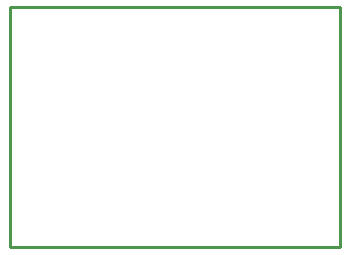
<source format=gbr>
G04 EAGLE Gerber RS-274X export*
G75*
%MOMM*%
%FSLAX34Y34*%
%LPD*%
%IN*%
%IPPOS*%
%AMOC8*
5,1,8,0,0,1.08239X$1,22.5*%
G01*
%ADD10C,0.254000*%


D10*
X0Y0D02*
X279400Y0D01*
X279400Y203200D01*
X0Y203200D01*
X0Y0D01*
M02*

</source>
